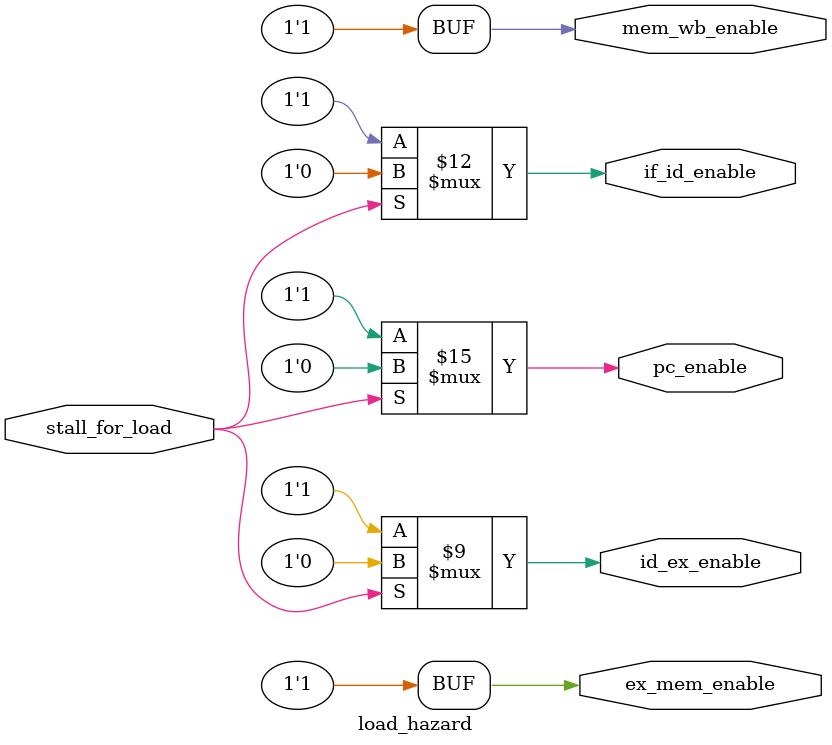
<source format=v>
module load_hazard( stall_for_load, pc_enable, if_id_enable, id_ex_enable, ex_mem_enable ,mem_wb_enable );

    input stall_for_load;
	output reg pc_enable, if_id_enable, id_ex_enable, ex_mem_enable ,mem_wb_enable;
	
	initial begin 
		 pc_enable = 1;
		 if_id_enable = 1;
		 id_ex_enable = 1;
		 ex_mem_enable = 1;
		 mem_wb_enable = 1;
	end
	
	always @ (*) begin 
	   if ( stall_for_load == 1 ) begin 
		 pc_enable = 0;
		 if_id_enable = 0;
		 id_ex_enable = 0;
		 ex_mem_enable = 1;
		 mem_wb_enable = 1;
		end 
	  else begin 
		 pc_enable = 1;
		 if_id_enable = 1;
		 id_ex_enable = 1;
		 ex_mem_enable = 1;
		 mem_wb_enable = 1;
	  end
	end
endmodule
</source>
